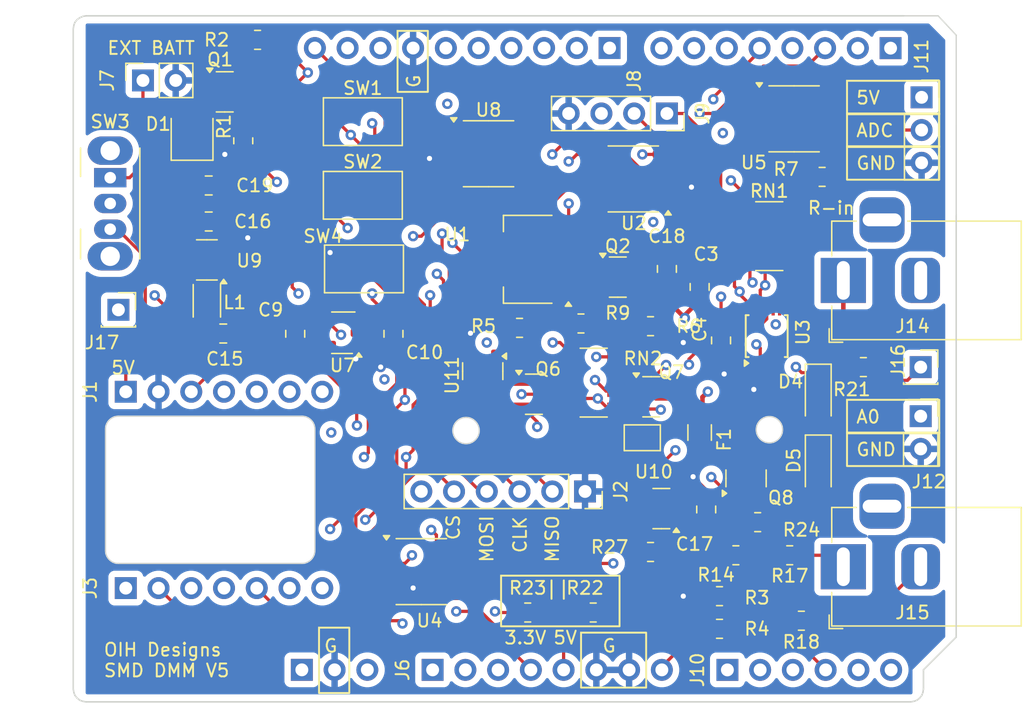
<source format=kicad_pcb>
(kicad_pcb (version 20241229) (generator "pcbnew") (generator_version "9.0")
  (layers (0 "F.Cu" signal) (4 "In1.Cu" signal) (6 "In2.Cu" signal) (2 "B.Cu" signal) (13 "F.Paste" user) (15 "B.Paste" user) (5 "F.SilkS" user "F.Silkscreen") (7 "B.SilkS" user "B.Silkscreen") (1 "F.Mask" user) (3 "B.Mask" user) (25 "Edge.Cuts" user))
  (net 0 "")
  (net 1 "GND")
  (net 2 "Resistor_Input")
  (net 3 "SDA")
  (net 4 "D6~")
  (net 5 "D7")
  (net 6 "+9V")
  (net 7 "SCL")
  (net 8 "V_Input_REF")
  (net 9 "V_Input_Float")
  (net 10 "ADS_ADDR")
  (net 11 "/R Circuit I Output")
  (net 12 "ADS_ALERT")
  (net 13 "A0{slash}D14")
  (net 14 "A2{slash}D16")
  (net 15 "D3~")
  (net 16 "VDD")
  (net 17 "I_Input")
  (net 18 "D10~")
  (net 19 "D9~")
  (net 20 "D5~ (IR)")
  (net 21 "A1{slash}D15")
  (net 32 "Net-(Q2-G)")
  (net 33 "Net-(U1-VO)")
  (net 36 "A3{slash}D17")
  (net 37 "Net-(D1-A)")
  (net 38 "Net-(F1-Pad1)")
  (net 39 "+BATT")
  (net 40 "CS")
  (net 41 "Net-(U7-C1-)")
  (net 42 "Net-(U7-C1+)")
  (net 43 "MISO")
  (net 44 "Net-(U9-SW)")
  (net 45 "XIAO 5V")
  (net 46 "XIAO Batt Pin")
  (net 47 "MOSI")
  (net 48 "CLK")
  (net 49 "SDA-5V")
  (net 50 "SCL-5V")
  (net 51 "/R into ADS")
  (net 52 "+VSW")
  (net 53 "/Uno5vPin")
  (net 54 "/Driver_U2_Out_B")
  (net 57 "/Driver_U4_Out_A")
  (net 58 "/Driver_U4_Out_B")
  (net 63 "+3V3")
  (net 64 "/ADC-1")
  (net 65 "/V Ref to ADS-0")
  (net 74 "/Driver_U4_In_B")
  (net 75 "Net-(Q1-B)")
  (net 76 "Net-(Q1-C)")
  (net 85 "Net-(J11-Pin_2)")
  (footprint "Capacitor_SMD:C_0805_2012Metric_Pad1.18x1.45mm_HandSolder" (layer "F.Cu") (at 128.660305 73.49413 90)
    (property "Reference" "C4")
    (property "Value" "0.1uF")
  )
  (footprint "Resistor_SMD:R_0805_2012Metric_Pad1.20x1.40mm_HandSolder" (layer "F.Cu") (at 128.54 95.88 180)
    (property "Reference" "R4")
    (property "Value" "100K")
  )
  (footprint "Connector_PinSocket_2.54mm:PinSocket_1x01_P2.54mm_Vertical" (layer "F.Cu") (at 144.145 75.565)
    (property "Reference" "J16")
    (property "Value" "Conn_01x01_Socket")
  )
  (footprint "Library:PinHeader_1x10_P2.54mm_Vertical_NoBox" (layer "F.Cu") (at 120.015 50.8 -90)
    (property "Reference" "J8")
    (property "Value" "DIGITAL2")
  )
  (footprint "Resistor_SMD:R_0805_2012Metric_Pad1.20x1.40mm_HandSolder" (layer "F.Cu") (at 123.19 89.916)
    (property "Reference" "R27")
    (property "Value" "4.7K")
  )
  (footprint "Package_TO_SOT_SMD:SOT-223-3_TabPin2" (layer "F.Cu") (at 113.69 67.19875 180)
    (property "Reference" "U1")
    (property "Value" "LM317_TO-220")
  )
  (footprint "Jumper:SolderJumper-2_P1.3mm_Bridged_Pad1.0x1.5mm" (layer "F.Cu") (at 122.55 81.05)
    (property "Reference" "JP6" (hide yes))
    (property "Value" "Jumper_2_Bridged")
  )
  (footprint "Package_SO:SOIC-8_3.9x4.9mm_P1.27mm" (layer "F.Cu") (at 134.325 56.295)
    (property "Reference" "U5")
    (property "Value" "Opamp_Dual")
  )
  (footprint "Capacitor_SMD:C_0805_2012Metric_Pad1.18x1.45mm_HandSolder" (layer "F.Cu") (at 88.9215 61.468)
    (property "Reference" "C19")
    (property "Value" "22uF")
  )
  (footprint "Resistor_SMD:R_0805_2012Metric_Pad1.20x1.40mm_HandSolder" (layer "F.Cu") (at 118.745 94.615 180)
    (property "Reference" "R22")
    (property "Value" "0")
  )
  (footprint "Package_SO:TSSOP-10_3x3mm_P0.5mm" (layer "F.Cu") (at 132.200305 73.15913 90)
    (property "Reference" "U3")
    (property "Value" "ADS1115IDGS")
  )
  (footprint "Resistor_SMD:R_0805_2012Metric_Pad1.20x1.40mm_HandSolder" (layer "F.Cu") (at 134.89 95.25 180)
    (property "Reference" "R18")
    (property "Value" "499.0K")
  )
  (footprint "Library:PinHeader_1x06_P2.54mm_Vertical_NoBox" (layer "F.Cu") (at 129.151624 99.067665 90)
    (property "Reference" "J10")
    (property "Value" "ANALOG")
  )
  (footprint "Resistor_SMD:R_0805_2012Metric_Pad1.20x1.40mm_HandSolder" (layer "F.Cu") (at 129.81 90.17)
    (property "Reference" "R14")
    (property "Value" "22.0K")
  )
  (footprint "Package_TO_SOT_SMD:SOT-23" (layer "F.Cu") (at 124.0305 86.548 180)
    (property "Reference" "U10")
    (property "Value" "LM4040DBZ-2.5")
  )
  (footprint "Resistor_SMD:R_0805_2012Metric_Pad1.20x1.40mm_HandSolder" (layer "F.Cu") (at 128.54 93.345)
    (property "Reference" "R3")
    (property "Value" "22K")
  )
  (footprint "Connector_PinSocket_2.54mm:PinSocket_1x03_P2.54mm_Vertical" (layer "F.Cu") (at 144.215 54.625)
    (property "Reference" "J11")
    (property "Value" "I_Input")
  )
  (footprint "Resistor_SMD:R_0805_2012Metric_Pad1.20x1.40mm_HandSolder" (layer "F.Cu") (at 113.03 72.51875)
    (property "Reference" "R5")
    (property "Value" "62.0")
  )
  (footprint "Resistor_SMD:R_0805_2012Metric_Pad1.20x1.40mm_HandSolder" (layer "F.Cu") (at 117.795 72.17875)
    (property "Reference" "R9")
    (property "Value" "22.0K")
  )
  (footprint "Button_Switch_SMD:SW_SPST_CK_RS282G05A3" (layer "F.Cu") (at 100.965 67.945 180)
    (property "Reference" "SW4")
    (property "Value" "SW_Push")
  )
  (footprint "Resistor_SMD:R_0805_2012Metric_Pad1.20x1.40mm_HandSolder" (layer "F.Cu") (at 91.6 58 -90)
    (property "Reference" "R1")
    (property "Value" "500")
  )
  (footprint "Resistor_SMD:R_Array_Convex_4x1206" (layer "F.Cu") (at 118.782 76.77)
    (property "Reference" "RN2")
    (property "Value" "R_Pack04_SIP")
  )
  (footprint "Capacitor_SMD:C_0805_2012Metric_Pad1.18x1.45mm_HandSolder" (layer "F.Cu") (at 95.631 72.9805 -90)
    (property "Reference" "C9")
    (property "Value" "4.7uF")
  )
  (footprint "Resistor_SMD:R_0805_2012Metric_Pad1.20x1.40mm_HandSolder" (layer "F.Cu") (at 113.665 94.615 180)
    (property "Reference" "R23")
    (property "Value" "0")
  )
  (footprint "Button_Switch_SMD:SW_SPST_CK_RS282G05A3" (layer "F.Cu") (at 100.875 62.23)
    (property "Reference" "SW2")
    (property "Value" "SW_Push")
  )
  (footprint "Package_TO_SOT_SMD:SOT-23" (layer "F.Cu") (at 110.175 75.88 -90)
    (property "Reference" "U11")
    (property "Value" "LM4040DBZ-5")
  )
  (footprint "Button_Switch_SMD:SW_SPST_CK_RS282G05A3" (layer "F.Cu") (at 100.875 56.515)
    (property "Reference" "SW1")
    (property "Value" "SW_Push")
  )
  (footprint "Connector_PinSocket_2.54mm:PinSocket_1x02_P2.54mm_Vertical" (layer "F.Cu") (at 144.145 79.375)
    (property "Reference" "J12")
    (property "Value" "Conn_01x02_Pin")
  )
  (footprint "Resistor_SMD:R_0805_2012Metric_Pad1.20x1.40mm_HandSolder" (layer "F.Cu") (at 133.985 90.17 180)
    (property "Reference" "R17")
    (property "Value" "499.0K")
  )
  (footprint "Package_TO_SOT_SMD:SOT-23-5" (layer "F.Cu") (at 88.7785 67.244 180)
    (property "Reference" "U9")
    (property "Value" "TPS613222ADBV")
  )
  (footprint "Resistor_SMD:R_0805_2012Metric_Pad1.20x1.40mm_HandSolder" (layer "F.Cu") (at 136.5 60.8)
    (property "Reference" "R7")
    (property "Value" "0")
  )
  (footprint "Package_TO_SOT_SMD:SOT-23-5_HandSoldering" (layer "F.Cu") (at 99.361 72.898 180)
    (property "Reference" "U7")
    (property "Value" "MAX1683")
  )
  (footprint "Connector_BarrelJack:BarrelJack_Horizontal" (layer "F.Cu") (at 138.145 91.06 180)
    (property "Reference" "J15")
    (property "Value" "Barrel_Jack")
  )
  (footprint "Package_SO:SOIC-8_3.9x4.9mm_P1.27mm" (layer "F.Cu") (at 105.41 91.44)
    (property "Reference" "U4")
    (property "Value" "~")
  )
  (footprint "Connector_PinSocket_2.54mm:PinSocket_1x01_P2.54mm_Vertical" (layer "F.Cu") (at 81.915 71.12)
    (property "Reference" "J17")
    (property "Value" "Conn_01x01_Socket")
  )
  (footprint "Package_TO_SOT_SMD:SOT-23" (layer "F.Cu") (at 120.65 68.58)
    (property "Reference" "Q2")
    (property "Value" "SI2302 MOSFET")
  )
  (footprint "Diode_SMD:D_SOD-123" (layer "F.Cu") (at 136.2 77.7 -90)
    (property "Reference" "D4")
    (property "Value" "D_Schottky")
  )
  (footprint "Resistor_SMD:R_0805_2012Metric_Pad1.20x1.40mm_HandSolder" (layer "F.Cu") (at 123.19 72.39 180)
    (property "Reference" "R6")
    (property "Value" "330.0")
  )
  (footprint "Resistor_SMD:R_0805_2012Metric_Pad1.20x1.40mm_HandSolder" (layer "F.Cu") (at 131.5 87.6 180)
    (property "Reference" "R24")
    (property "Value" "1.0M")
  )
  (footprint "Capacitor_SMD:C_0805_2012Metric_Pad1.18x1.45mm_HandSolder" (layer "F.Cu") (at 103.251 72.9805 90)
    (property "Reference" "C10")
    (property "Value" "4.7uF")
  )
  (footprint "Package_TO_SOT_SMD:SOT-23" (layer "F.Cu") (at 114.1445 77.67)
    (property "Reference" "Q6")
    (property "Value" "BSS138")
  )
  (footprint "Resistor_SMD:R_0805_2012Metric_Pad1.20x1.40mm_HandSolder" (layer "F.Cu") (at 139.7 75.565)
    (property "Reference" "R21")
    (property "Value" "0")
  )
  (footprint "Package_TO_SOT_SMD:SOT-23" (layer "F.Cu") (at 90.1625 54.2)
    (property "Reference" "Q1")
    (property "Value" "MMBT3904" (hide yes))
  )
  (footprint "Library:PinHeader_1x08_P2.54mm_Vertical_NoBox" (layer "F.Cu") (at 106.287792 99.06511 90)
    (property "Reference" "J6")
    (property "Value" "POWER1")
  )
  (footprint "Fuse:Fuse_1206_3216Metric_Pad1.42x1.75mm_HandSolder" (layer "F.Cu") (at 127 80.645 -90)
    (property "Reference" "F1")
    (property "Value" "Fuse")
  )
  (footprint "Connector_PinSocket_2.54mm:PinSocket_1x07_P2.54mm_Vertical" (layer "F.Cu") (at 82.487996 92.719534 90)
    (property "Reference" "J3")
    (property "Value" "Conn_01x07_Pin")
  )
  (footprint "Diode_SMD:D_SOD-123" (layer "F.Cu") (at 136.2 83.2 -90)
    (property "Reference" "D5")
    (property "Value" "D_Schottky")
  )
  (footprint "Package_TO_SOT_SMD:SOT-23" (layer "F.Cu") (at 130.6 84.2 90)
    (property "Reference" "Q8")
    (property "Value" "SI2302 MOSFET")
  )
  (footprint "Capacitor_SMD:C_0805_2012Metric_Pad1.18x1.45mm_HandSolder" (layer "F.Cu") (at 124.46 67.945 90)
    (property "Reference" "C18")
    (property "Value" "1uF")
  )
  (footprint "Library:PinHeader_1x08_P2.54mm_Vertical_NoBox" (layer "F.Cu") (at 141.809463 50.808987 -90)
    (property "Reference" "J13" (hide yes))
    (property "Value" "DIGITAL1")
  )
  (footprint "Connector_BarrelJack:BarrelJack_Horizontal" (layer "F.Cu") (at 138.145 68.835 180)
    (property "Reference" "J14")
    (property "Value" "Barrel_Jack")
  )
  (footprint "Capacitor_SMD:C_0805_2012Metric_Pad1.18x1.45mm_HandSolder" (layer "F.Cu") (at 127 69.342 90)
    (property "Reference" "C3")
    (property "Value" "2.2uF")
  )
  (footprint "Connector_PinSocket_2.54mm:PinSocket_1x02_P2.54mm_Vertical" (layer "F.Cu") (at 83.82 53.315 90)
    (property "Reference" "J7")
    (property "Value" "Conn_01x02_Pin")
  )
  (footprint "Resistor_SMD:R_0805_2012Metric_Pad1.20x1.40mm_HandSolder" (layer "F.Cu") (at 92.71 50.165 180)
    (property "Reference" "R2")
    (property "Value" "1K")
  )
  (footprint "Connector_PinSocket_2.54mm:PinSocket_1x07_P2.54mm_Vertical" (layer "F.Cu") (at 82.487996 77.479534 90)
    (property "Reference" "J1")
    (property "Value" "Conn_01x07_Pin")
  )
  (footprint "Capacitor_SMD:C_0805_2012Metric_Pad1.18x1.45mm_HandSolder" (layer "F.Cu") (at 127.508 86.614 -90)
    (property "Reference" "C17")
    (property "Value" "0.1uF")
  )
  (footprint "Inductor_SMD:L_Murata_DFE201610P" (layer "F.Cu") (at 88.7785 70.419 90)
    (property "Reference" "L1")
    (property "Value" "2.2uH")
  )
  (footprint "Package_SO:SOIC-8_3.9x4.9mm_P1.27mm" (layer "F.Cu") (at 110.625 59.005)
    (property "Reference" "U8")
    (property "Value" "Opamp_Dual")
  )
  (footprint "Connector_PinSocket_2.54mm:PinSocket_1x04_P2.54mm_Vertical" (layer "F.Cu") (at 124.46 55.88 -90)
    (property "Reference" "J9")
    (property "Value" "Out to Screen")
  )
  (footprint "LED_SMD:LED_Luminus_MP-3030-1100_3.0x3.0mm" (layer "F.Cu") (at 87.63 57.89 90)
    (property "Reference" "D1")
    (property "Value" "LED")
  )
  (footprint "Package_TO_SOT_SMD:SOT-23" (layer "F.Cu") (at 123.2445 77.87)
    (property "Reference" "Q7")
    (property "Value" "BSS138")
  )
  (footprint "Capacitor_SMD:C_0805_2012Metric_Pad1.18x1.45mm_HandSolder" (layer "F.Cu") (at 90.0485 72.959)
    (property "Reference" "C15")
    (property "Value" "4.7uF")
  )
  (footprint "Connector_PinSocket_2.54mm:PinSocket_1x06_P2.54mm_Vertical" (layer "F.Cu") (at 118.11 85.217 -90)
    (property "Reference" "J2")
    (property "Value" "MicoSD")
  )
  (footprint "Button_Switch_THT:SW_Slide_SPDT_Angled_CK_OS102011MA1Q" (layer "F.Cu") (at 81.28 60.865 -90)
    (property "Reference" "SW3")
    (property "Value" "SW_SPDT")
  )
  (footprint "Resistor_SMD:R_Array_Convex_4x1206" (layer "F.Cu") (at 132.4 65.4)
    (property "Reference" "RN1")
    (property "Value" "R_Pack04_SIP")
  )
  (footprint "Library:PinHeader_1x03_P2.54mm_Vertical_NoBox" (layer "F.Cu") (at 96.143981 99.063151 90)
    (property "Reference" "J5" (hide yes))
    (property "Value" "POWER2")
  )
  (footprint "Package_SO:SOIC-8_3.9x4.9mm_P1.27mm" (layer "F.Cu") (at 121.855 60.96 180)
    (property "Reference" "U2")
    (property "Value" "~")
  )
  (footprint "Capacitor_SMD:C_0805_2012Metric_Pad1.18x1.45mm_HandSolder" (layer "F.Cu") (at 88.9215 64.262)
    (property "Reference" "C16")
    (property "Value" "22uF")
  )
  (gr_rect (start 138.43 78.105) (end 145.585 80.705) (stroke (width 0.15)) (fill no) (layer "F.SilkS"))
  (gr_rect (start 111.597402 91.752692) (end 120.786111 95.683458) (stroke (width 0.15)) (fill no) (layer "F.SilkS"))
  (gr_rect (start 103.567758 49.467044) (end 105.91855 54.201136) (stroke (width 0.15)) (fill no) (layer "F.SilkS"))
  (gr_rect (start 138.43 80.645) (end 145.585 83.245) (stroke (width 0.15)) (fill no) (layer "F.SilkS"))
  (gr_rect (start 117.800432 96.176612) (end 122.849754 100.44112) (stroke (width 0.15)) (fill no) (layer "F.SilkS"))
  (gr_rect (start 97.477467 95.788603) (end 99.825034 100.86181) (stroke (width 0.15)) (fill no) (layer "F.SilkS"))
  (gr_rect (start 138.43 53.34) (end 145.585 55.94) (stroke (width 0.15)) (fill no) (layer "F.SilkS"))
  (gr_rect (start 138.43 55.88) (end 145.585 58.48) (stroke (width 0.15)) (fill no) (layer "F.SilkS"))
  (gr_rect (start 138.43 58.42) (end 145.585 61.02) (stroke (width 0.15)) (fill no) (layer "F.SilkS"))
  (gr_line (start 79.155572 48.342318) (end 79.409482 48.3) (stroke (width 0.12)) (layer "Edge.Cuts"))
  (gr_arc (start 80.915 80.375) (mid 81.207893 79.667893) (end 81.915 79.375) (stroke (width 0.1)) (layer "Edge.Cuts"))
  (gr_line (start 78.711229 48.596228) (end 78.922821 48.448114) (stroke (width 0.12)) (layer "Edge.Cuts"))
  (gr_line (start 78.922821 101.423045) (end 78.711229 101.253771) (stroke (width 0.12)) (layer "Edge.Cuts"))
  (gr_line (start 146.899617 96.521794) (end 144.360514 99.060897) (stroke (width 0.12)) (layer "Edge.Cuts"))
  (gr_line (start 79.409482 48.3) (end 142.837052 48.3) (stroke (width 0.12)) (layer "Edge.Cuts"))
  (gr_line (start 79.155572 101.507681) (end 78.922821 101.423045) (stroke (width 0.12)) (layer "Edge.Cuts"))
  (gr_line (start 144.318196 100.809428) (end 144.233559 101.042179) (stroke (width 0.12)) (layer "Edge.Cuts"))
  (gr_line (start 144.233559 101.042179) (end 144.064285 101.253771) (stroke (width 0.12)) (layer "Edge.Cuts"))
  (gr_line (start 143.852694 101.423045) (end 143.619942 101.507681) (stroke (width 0.12)) (layer "Edge.Cuts"))
  (gr_line (start 78.415 49.315641) (end 78.457318 49.040571) (stroke (width 0.12)) (layer "Edge.Cuts"))
  (gr_line (start 144.360514 99.060897) (end 144.360514 100.555518) (stroke (width 0.12)) (layer "Edge.Cuts"))
  (gr_line (start 97.155 80.375) (end 97.155 89.805) (stroke (width 0.1)) (layer "Edge.Cuts"))
  (gr_line (start 145.5 48.3) (end 146.9 49.8) (stroke (width 0.1)) (layer "Edge.Cuts"))
  (gr_arc (start 81.915 90.805) (mid 81.207893 90.512107) (end 80.915 89.805) (stroke (width 0.1)) (layer "Edge.Cuts"))
  (gr_line (start 78.457318 100.809428) (end 78.415 100.555518) (stroke (width 0.12)) (layer "Edge.Cuts"))
  (gr_line (start 143.619942 101.507681) (end 143.366032 101.55) (stroke (width 0.12)) (layer "Edge.Cuts"))
  (gr_arc (start 96.155 79.375) (mid 96.862107 79.667893) (end 97.155 80.375) (stroke (width 0.1)) (layer "Edge.Cuts"))
  (gr_line (start 144.064285 101.253771) (end 143.852694 101.423045) (stroke (width 0.12)) (layer "Edge.Cuts"))
  (gr_line (start 78.711229 101.253771) (end 78.541955 101.042179) (stroke (width 0.12)) (layer "Edge.Cuts"))
  (gr_line (start 79.409482 101.55) (end 79.155572 101.507681) (stroke (width 0.12)) (layer "Edge.Cuts"))
  (gr_circle (center 108.880463 80.491437) (end 109.866264 80.21633) (stroke (width 0.1)) (fill no) (layer "Edge.Cuts"))
  (gr_line (start 81.915 90.805) (end 96.155 90.805) (stroke (width 0.1)) (layer "Edge.Cuts"))
  (gr_line (start 144.360514 100.555518) (end 144.318196 100.809428) (stroke (width 0.12)) (layer "Edge.Cuts"))
  (gr_line (start 78.415 100.555518) (end 78.415 49.315641) (stroke (width 0.12)) (layer "Edge.Cuts"))
  (gr_line (start 96.155 79.375) (end 81.915 79.375) (stroke (width 0.1)) (layer "Edge.Cuts"))
  (gr_circle (center 132.410332 80.422661) (end 133.396133 80.147554) (stroke (width 0.1)) (fill no) (layer "Edge.Cuts"))
  (gr_line (start 143.366032 101.55) (end 79.409482 101.55) (stroke (width 0.12)) (layer "Edge.Cuts"))
  (gr_line (start 78.541955 48.80782) (end 78.711229 48.596228) (stroke (width 0.12)) (layer "Edge.Cuts"))
  (gr_line (start 78.541955 101.042179) (end 78.457318 100.809428) (stroke (width 0.12)) (layer "Edge.Cuts"))
  (gr_arc (start 97.155 89.805) (mid 96.862107 90.512107) (end 96.155 90.805) (stroke (width 0.1)) (layer "Edge.Cuts"))
  (gr_line (start 80.915 89.805) (end 80.915 80.375) (stroke (width 0.1)) (layer "Edge.Cuts"))
  (gr_line (start 146.9 49.8) (end 146.899617 63.788527) (stroke (width 0.1)) (layer "Edge.Cuts"))
  (gr_line (start 78.922821 48.448114) (end 79.155572 48.342318) (stroke (width 0.12)) (layer "Edge.Cuts"))
  (gr_line (start 78.457318 49.040571) (end 78.541955 48.80782) (stroke (width 0.12)) (layer "Edge.Cuts"))
  (gr_line (start 142.837052 48.3) (end 145.5 48.3) (stroke (width 0.1)) (layer "Edge.Cuts"))
  (gr_line (start 146.899617 63.788527) (end 146.899617 96.521794) (stroke (width 0.12)) (layer "Edge.Cuts"))
  (gr_text "CS" (at 107.887744 88.00333 90) (layer "F.SilkS") (effects (font (size 1 1))))
  (gr_text "ADC" (at 139.065 57.785 0) (layer "F.SilkS") (effects (font (size 1 1)) (justify left bottom)))
  (gr_text "G" (at 97.79 97.79 0) (layer "F.SilkS") (effects (font (size 1 1)) (justify left bottom)))
  (gr_text "5V" (at 81.28 76.2 0) (layer "F.SilkS") (effects (font (size 1 1)) (justify left bottom)))
  (gr_text "||" (at 114.935 93.345 0) (layer "F.SilkS") (effects (font (size 1 1)) (justify left bottom)))
  (gr_text "G" (at 105.41 53.975 90) (layer "F.SilkS") (effects (font (size 1 1)) (justify left bottom)))
  (gr_text "R-in" (at 135.3 63.8 0) (layer "F.SilkS") (effects (font (size 1 1)) (justify left bottom)))
  (gr_text "5V" (at 139.065 55.245 0) (layer "F.SilkS") (effects (font (size 1 1)) (justify left bottom)))
  (gr_text "CLK" (at 113.068933 88.576471 90) (layer "F.SilkS") (effects (font (size 1 1))))
  (gr_text "GND" (at 139.065 82.55 0) (layer "F.SilkS") (effects (font (size 1 1)) (justify left bottom)))
  (gr_text "MOSI" (at 110.49 88.9 90) (layer "F.SilkS") (effects (font (size 1 1))))
  (gr_text "G" (at 119.38 97.79 0) (layer "F.SilkS") (effects (font (size 1 1)) (justify left bottom)))
  (gr_text "A0" (at 139.065 80.01 0) (layer "F.SilkS") (effects (font (size 1 1)) (justify left bottom)))
  (gr_text "3.3V" (at 111.76 97.155 0) (layer "F.SilkS") (effects (font (size 1 1)) (justify left bottom)))
  (gr_text "MISO" (at 115.57 88.9 90) (layer "F.SilkS") (effects (font (size 1 1))))
  (gr_text "EXT BATT" (at 84.455 50.8 0) (layer "F.SilkS") (effects (font (size 1 1))))
  (gr_text "GND" (at 139.065 60.325 0) (layer "F.SilkS") (effects (font (size 1 1)) (justify left bottom)))
  (gr_text "5V" (at 115.57 97.155 0) (layer "F.SilkS") (effects (font (size 1 1)) (justify left bottom)))
  (gr_text "OIH Designs\nSMD DMM V5" (at 80.7 99.7 0) (layer "F.SilkS") (effects (font (size 1 1)) (justify left bottom)))
  (segment (start 104.775 58.36) (end 105.785 59.37) (width 0.25) (layer "F.Cu") (net 1))
  (segment (start 87.63 58.465) (end 89.58 58.465) (width 0.25) (layer "F.Cu") (net 1))
  (segment (start 128.542434 75.742434) (end 128.542434 74.649501) (width 0.25) (layer "F.Cu") (net 1))
  (segment (start 100.711 74.549) (end 100.33 74.93) (width 0.25) (layer "F.Cu") (net 1))
  (segment (start 102.260346 75.561126) (end 102.339 75.482472) (width 0.25) (layer "F.Cu") (net 1))
  (segment (start 125.73 73.66) (end 125.46 73.66) (width 0.25) (layer "F.Cu") (net 1))
  (segment (start 127.508 85.09) (end 126.492 84.074) (width 0.25) (layer "F.Cu") (net 1))
  (segment (start 102.339 74.93) (end 103.251 74.018) (width 0.25) (layer "F.Cu") (net 1))
  (segment (start 125.46 73.66) (end 124.19 72.39) (width 0.25) (layer "F.Cu") (net 1))
  (segment (start 124.018 86.548) (end 124.968 85.598) (width 0.25) (layer "F.Cu") (net 1))
  (segment (start 89.58 58.465) (end 90.17 59.055) (width 0.25) (layer "F.Cu") (net 1))
  (segment (start 132.200305 76.299695) (end 131.2 77.3) (width 0.25) (layer "F.Cu") (net 1))
  (segment (start 102.339 75.482472) (end 102.339 74.93) (width 0.25) (layer "F.Cu") (net 1))
  (segment (start 104.14 92.075) (end 102.935 92.075) (width 0.25) (layer "F.Cu") (net 1))
  (segment (start 104.775 92.71) (end 104.14 92.075) (width 0.25) (layer "F.Cu") (net 1))
  (segment (start 123.093 86.548) (end 124.018 86.548) (width 0.25) (layer "F.Cu") (net 1))
  (segment (start 126.365 61.385001) (end 126.365 61.595) (width 0.25) (layer "F.Cu") (net 1))
  (segment (start 109.225 73.02) (end 109.225 72.935) (width 0.25) (layer "F.Cu") (net 1))
  (segment (start 106.045 60.96) (end 106.045 59.37) (width 0.25) (layer "F.Cu") (net 1))
  (segment (start 109.225 73.03) (end 109.22 73.025) (width 0.25) (layer "F.Cu") (net 1))
  (segment (start 127 68.3045) (end 125.857 68.3045) (width 0.25) (layer "F.Cu") (net 1))
  (segment (start 109.225 74.9425) (end 109.225 73.03) (width 0.25) (layer "F.Cu") (net 1))
  (segment (start 127.508 85.5765) (end 127.508 85.09) (width 0.25) (layer "F.Cu") (net 1))
  (segment (start 110.175 76.8175) (end 110.175 75.8925) (width 0.25) (layer "F.Cu") (net 1))
  (segment (start 126.365 65.0025) (end 124.46 66.9075) (width 0.25) (layer "F.Cu") (net 1))
  (segment (start 104.775 62.23) (end 106.045 60.96) (width 0.25) (layer "F.Cu") (net 1))
  (segment (start 104.775 57.15) (end 104.775 58.36) (width 0.25) (layer "F.Cu") (net 1))
  (segment (start 132.200305 75.30913) (end 132.200305 76.299695) (width 0.25) (layer "F.Cu") (net 1))
  (segment (start 106.045 59.37) (end 105.785 59.37) (width 0.25) (layer "F.Cu") (net 1))
  (segment (start 127 83.566) (end 127 82.1325) (width 0.25) (layer "F.Cu") (net 1))
  (segment (start 100.711 73.848) (end 100.711 74.549) (width 0.25) (layer "F.Cu") (net 1))
  (segment (start 121.05 81.05) (end 118.11 83.99) (width 0.25) (layer "F.Cu") (net 1))
  (segment (start 124.33 60.325) (end 125.304999 60.325) (width 0.25) (layer "F.Cu") (net 1))
  (segment (start 110.175 75.8925) (end 109.225 74.9425) (width 0.25) (layer "F.Cu") (net 1))
  (segment (start 125.857 68.3045) (end 124.46 66.9075) (width 0.25) (layer "F.Cu") (net 1))
  (segment (start 109.22 73.025) (end 109.225 73.02) (width 0.25) (layer "F.Cu") (net 1))
  (segment (start 126.492 84.074) (end 124.968 85.598) (width 0.25) (layer "F.Cu") (net 1))
  (segment (start 126.365 61.595) (end 126.365 65.0025) (width 0.25) (layer "F.Cu") (net 1))
  (segment (start 121.9 81.05) (end 121.05 81.05) (width 0.25) (layer "F.Cu") (net 1))
  (segment (start 125.73 93.345) (end 127.54 93.345) (width 0.25) (layer "F.Cu") (net 1))
  (segment (start 136.2 84.85) (end 139.135 81.915) (width 0.25) (layer "F.Cu") (net 1))
  (segment (start 98.335 66.675) (end 97.065 67.945) (width 0.25) (layer "F.Cu") (net 1))
  (segment (start 128.9 76.1) (end 128.542434 75.742434) (width 0.25) (layer "F.Cu") (net 1))
  (segment (start 126.492 84.074) (end 127 83.566) (width 0.25) (layer "F.Cu") (net 1))
  (segment (start 125.304999 60.325) (end 126.365 61.385001) (width 0.25) (layer "F.Cu") (net 1))
  (segment (start 118.11 83.99) (end 118.11 85.217) (width 0.25) (layer "F.Cu") (net 1))
  (segment (start 139.135 81.915) (end 144.145 81.915) (width 0.25) (layer "F.Cu") (net 1))
  (via (at 106.045 59.37) (size 0.8) (drill 0.4) (layers "F.Cu" "B.Cu") (net 1))
  (via (at 126.365 61.595) (size 0.8) (drill 0.4) (layers "F.Cu" "B.Cu") (net 1))
  (via (at 125.73 93.345) (size 0.8) (drill 0.4) (layers "F.Cu" "B.Cu") (net 1))
  (via (at 91.948 65.532) (size 0.8) (drill 0.4) (layers "F.Cu" "B.Cu") (net 1))
  (via (at 100.33 74.93) (size 0.8) (drill 0.4) (layers "F.Cu" "B.Cu") (net 1))
  (via (at 90.17 59.055) (size 0.8) (drill 0.4) (layers "F.Cu" "B.Cu") (net 1))
  (via (at 102.260346 75.561126) (size 0.8) (drill 0.4) (layers "F.Cu" "B.Cu") (net 1))
  (via (at 125.73 73.66) (size 0.8) (drill 0.4) (layers "F.Cu" "B.Cu") (net 1))
  (via (at 126.492 84.074) (size 0.8) (drill 0.4) (layers "F.Cu" "B.Cu") (net 1))
  (via (at 98.335 66.675) (size 0.8) (drill 0.4) (layers "F.Cu" "B.Cu") (net 1))
  (via (at 131.2 77.3) (size 0.8) (drill 0.4) (layers "F.Cu" "B.Cu") (net 1))
  (via (at 104.775 92.71) (size 0.8) (drill 0.4) (layers "F.Cu" "B.Cu") (net 1))
  (via (at 109.225 72.935) (size 0.8) (drill 0.4) (layers "F.Cu" "B.Cu") (net 1))
  (via (at 128.9 76.1) (size 0.8) (drill 0.4) (layers "F.Cu" "B.Cu") (net 1))
  (segment (start 118.795 70.4475) (end 118.795 72.17875) (width 0.35) (layer "F.Cu") (net 2))
  (segment (start 124.594875 70.492875) (end 120.675375 70.492875) (width 0.35) (layer "F.Cu") (net 2))
  (segment (start 138.145 73.01) (end 138.145 68.835) (width 0.35) (layer "F.Cu") (net 2))
  (segment (start 125.857 71.755) (end 124.594875 70.492875) (width 0.35) (layer "F.Cu") (net 2))
  (segment (start 125.857 71.5225) (end 127 70.3795) (width 0.35) (layer "F.Cu") (net 2))
  (segment (start 140.7 75.565) (end 138.145 73.01) (width 0.35) (layer "F.Cu") (net 2))
  (segment (start 120.675375 70.492875) (end 119.7125 69.53) (width 0.35) (layer "F.Cu") (net 2))
  (segment (start 119.7125 69.53) (end 118.795 70.4475) (width 0.35) (layer "F.Cu") (net 2))
  (segment (start 125.857 71.755) (end 125.857 71.5225) (width 0.35) (layer "F.Cu") (net 2))
  (via (at 125.857 71.755) (size 0.8) (drill 0.4) (layers "F.Cu" "B.Cu") (net 2))
  (segment (start 94.162462 94.234) (end 98.666 94.234) (width 0.25) (layer "F.Cu") (net 3))
  (segment (start 101.8 68.170229) (end 101.8 56.842) (width 0.25) (layer "F.Cu") (net 3))
  (segment (start 120.282 77.43) (end 119.742 77.43) (width 0.25) (layer "F.Cu") (net 3))
  (segment (start 104.14 75.397996) (end 104.751 74.786996) (width 0.25) (layer "F.Cu") (net 3))
  (segment (start 104.751 71.121229) (end 101.8 68.170229) (width 0.25) (layer "F.Cu") (net 3))
  (segment (start 122.307 78.82) (end 123.932 78.82) (width 0.25) (layer "F.Cu") (net 3))
  (segment (start 103.505 83.946302) (end 103.505 78.74) (width 0.25) (layer "F.Cu") (net 3))
  (segment (start 100.33 92.57) (end 100.33 87.121302) (width 0.25) (layer "F.Cu") (net 3))
  (segment (start 100.33 87.121302) (end 103.505 83.946302) (width 0.25) (layer "F.Cu") (net 3))
  (segment (start 104.14 78.105) (end 104.14 75.397996) (width 0.25) (layer "F.Cu") (net 3))
  (segment (start 104.751 74.786996) (end 104.751 71.121229) (width 0.25) (layer "F.Cu") (net 3))
  (segment (start 98.666 94.234) (end 100.33 92.57) (width 0.25) (layer "F.Cu") (net 3))
  (segment (start 119.742 77.43) (end 118.882 76.57) (width 0.25) (layer "F.Cu") (net 3))
  (segment (start 92.647996 92.719534) (end 94.162462 94.234) (width 0.25) (layer "F.Cu") (net 3))
  (segment (start 103.505 78.74) (end 104.14 78.105) (width 0.25) (layer "F.Cu") (net 3))
  (segment (start 101.8 56.842) (end 101.6 56.642) (width 0.25) (layer "F.Cu") (net 3))
  (via (at 104.14 78.105) (size 0.8) (drill 0.4) (layers "F.Cu" "B.Cu") (net 3))
  (via (at 101.6 56.642) (size 0.8) (drill 0.4) (layers "F.Cu" "B.Cu") (net 3))
  (via (at 118.882 76.57) (size 0.8) (drill 0.4) (layers "F.Cu" "B.Cu") (net 3))
  (via (at 123.982 78.87) (size 0.8) (drill 0.4) (layers "F.Cu" "B.Cu") (net 3))
  (segment (start 95.4 53.9) (end 96.595 52.705) (width 0.25) (layer "F.Cu") (net 4))
  (segment (start 94.07 50.165) (end 96.61 52.705) (width 0.25) (layer "F.Cu") (net 4))
  (segment (start 95.4 69.365) (end 95.4 53.9) (width 0.25) (layer "F.Cu") (net 4))
  (segment (start 95.885 69.85) (end 95.4 69.365) (width 0.25) (layer "F.Cu") (net 4))
  (segment (start 96.595 52.705) (end 96.61 52.705) (width 0.25) (layer "F.Cu") (net 4))
  (via (at 95.885 69.85) (size 0.8) (drill 0.4) (layers "F.Cu" "B.Cu") (net 4))
  (via (at 96.61 52.705) (size 0.8) (drill 0.4) (layers "F.Cu" "B.Cu") (net 4))
  (segment (start 115.57 59.055) (end 116.525 58.1) (width 0.25) (layer "F.Cu") (net 5))
  (segment (start 116.525 58.1) (end 120.33 58.1) (width 0.25) (layer "F.Cu") (net 5))
  (segment (start 120.33 58.1) (end 123.825 61.595) (width 0.25) (layer "F.Cu") (net 5))
  (via (at 115.57 59.055) (size 0.8) (drill 0.4) (layers "F.Cu" "B.Cu") (net 5))
  (segment (start 100.965 82.55) (end 101.3 82.215) (width 0.25) (layer "F.Cu") (net 6))
  (segment (start 102.296 72.904) (end 102 73.2) (width 0.25) (layer "F.Cu") (net 6))
  (segment (start 107.95 62.865) (end 105.41 65.405) (width 0.25) (layer "F.Cu") (net 6))
  (segment (start 102 74.034346) (end 102 73.2) (width 0.25) (layer "F.Cu") (net 6))
  (segment (start 118.11 60.325) (end 115.57 62.865) (width 0.25) (layer "F.Cu") (net 6))
  (segment (start 106.178914 88.2) (end 106.584 88.605086) (width 0.25) (layer "F.Cu") (net 6))
  (segment (start 119.38 60.325) (end 118.11 60.325) (width 0.25) (layer "F.Cu") (net 6))
  (segment (start 106.910001 92.075) (end 107.885 92.075) (width 0.25) (layer "F.Cu") (net 6))
  (segment (start 100.711 72.898) (end 102.296 72.898) (width 0.25) (layer "F.Cu") (net 6))
  (segment (start 103.251 71.943) (end 101.6 70.292) (width 0.25) (layer "F.Cu") (net 6))
  (segment (start 105.41 65.405) (end 104.775 65.405) (width 0.25) (layer "F.Cu") (net 6))
  (segment (start 102.296 72.898) (end 103.251 71.943) (width 0.25) (layer "F.Cu") (net 6))
  (segment (start 101.3 82.215) (end 101.3 74.734346) (width 0.25) (layer "F.Cu") (net 6))
  (segment (start 106.584 88.605086) (end 106.584 91.748999) (width 0.25) (layer "F.Cu") (net 6))
  (segment (start 106.584 91.748999) (end 106.910001 92.075) (width 0.25) (layer "F.Cu") (net 6))
  (segment (start 101.6 70.292) (end 101.6 69.85) (width 0.25) (layer "F.Cu") (net 6))
  (segment (start 101.3 74.734346) (end 102 74.034346) (width 0.25) (layer "F.Cu") (net 6))
  (segment (start 102.296 72.898) (end 102.296 72.904) (width 0.25) (layer "F.Cu") (net 6))
  (segment (start 115.57 62.865) (end 107.95 62.865) (width 0.25) (layer "F.Cu") (net 6))
  (via (at 101.6 69.85) (size 0.8) (drill 0.4) (layers "F.Cu" "B.Cu") (net 6))
  (via (at 106.178914 88.2) (size 0.8) (drill 0.4) (layers "F.Cu" "B.Cu") (net 6))
  (via (at 104.775 65.405) (size 0.8) (drill 0.4) (layers "F.Cu" "B.Cu") (net 6))
  (via (at 100.965 82.55) (size 0.8) (drill 0.4) (layers "F.Cu" "B.Cu") (net 6))
  (segment (start 113.207 78.62) (end 117.132 78.62) (width 0.25) (layer "F.Cu") (net 7))
  (segment (start 101.064554 87.412054) (end 101.182946 87.412054) (width 0.25) (layer "F.Cu") (net 7))
  (segment (start 105.201 78.069305) (end 105.201 70.934833) (width 0.25) (layer "F.Cu") (net 7))
  (segment (start 104.23 83.857698) (end 104.23 82.55) (width 0.25) (layer "F.Cu") (net 7))
  (segment (start 104.23 82.55) (end 104.775 82.005) (width 0.25) (layer "F.Cu") (net 7))
  (segment (start 104.775 82.005) (end 104.775 78.495305) (width 0.25) (layer "F.Cu") (net 7))
  (segment (start 102.6 68.333833) (end 102.6 56.245) (width 0.25) (layer "F.Cu") (net 7))
  (segment (start 114.4 79.813) (end 113.207 78.62) (width 0.25) (layer "F.Cu") (net 7))
  (segment (start 104.775 78.495305) (end 105.201 78.069305) (width 0.25) (layer "F.Cu") (net 7))
  (segment (start 105.201 70.934833) (end 102.6 68.333833) (width 0.25) (layer "F.Cu") (net 7))
  (segment (start 103.32 85.275) (end 103.32 84.767698) (width 0.25) (layer "F.Cu") (net 7))
  (segment (start 103.32 84.767698) (end 104.23 83.857698) (width 0.25) (layer "F.Cu") (net 7))
  (segment (start 114.4 80.2) (end 114.4 79.813) (width 0.25) (layer "F.Cu") (net 7))
  (segment (start 102.6 56.245) (end 97.155 50.8) (width 0.25) (layer "F.Cu") (net 7))
  (segment (start 101.182946 87.412054) (end 103.32 85.275) (width 0.25) (layer "F.Cu") (net 7))
  (via (at 101.064554 87.412054) (size 0.8) (drill 0.4) (layers "F.Cu" "B.Cu") (net 7))
  (via (at 104.23 82.55) (size 0.8) (drill 0.4) (layers "F.Cu" "B.Cu") (net 7))
  (via (at 114.4 80.2) (size 0.8) (drill 0.4) (layers "F.Cu" "B.Cu") (net 7))
  (segment (start 139.955 95.25) (end 144.145 91.06) (width 0.25) (layer "F.Cu") (net 8))
  (segment (start 135.89 95.25) (end 139.955 95.25) (width 0.25) (layer "F.Cu") (net 8))
  (segment (start 134.985 90.17) (end 137.255 90.17) (width 0.25) (layer "F.Cu") (net 9))
  (segment (start 131.200305 75.30913) (end 129.54 76.969435) (width 0.25) (layer "F.Cu") (net 10))
  (segment (start 129.54 76.969435) (end 129.54 78.76) (width 0.25) (layer "F.Cu") (net 10))
  (segment (start 123.55 80.7) (end 123.2 81.05) (width 0.25) (layer "F.Cu") (net 10))
  (segment (start 129.54 78.76) (end 127.6 80.7) (width 0.25) (layer "F.Cu") (net 10))
  (segment (start 127.6 80.7) (end 123.55 80.7) (width 0.25) (layer "F.Cu") (net 10))
  (segment (start 111.60625 74.9425) (end 111.125 74.9425) (width 0.35) (layer "F.Cu") (net 11))
  (segment (start 117.87 73.25375) (end 116.795 72.17875) (width 0.35) (layer "F.Cu") (net 11))
  (segment (start 121.5875 68.58) (end 124.0575 68.58) (width 0.25) (layer "F.Cu") (net 11))
  (segment (start 121.32625 73.25375) (end 117.87 73.25375) (width 0.35) (layer "F.Cu") (net 11))
  (segment (start 116.795 72.17875) (end 116.795 69.54375) (width 0.35) (layer "F.Cu") (net 11))
  (segment (start 121.5875 68.58) (end 117.75875 68.58) (width 0.25) (layer "F.Cu") (net 11))
  (segment (start 122.19 72.39) (end 121.32625 73.25375) (width 0.35) (layer "F.Cu") (net 11))
  (segment (start 117.75875 68.58) (end 116.84 69.49875) (width 0.25) (layer "F.Cu") (net 11))
  (segment (start 116.795 72.17875) (end 114.37 72.17875) (width 0.35) (layer "F.Cu") (net 11))
  (segment (start 114.03 72.51875) (end 111.60625 74.9425) (width 0.35) (layer "F.Cu") (net 11))
  (segment (start 131.700305 74.100305) (end 131.700305 75.30913) (width 0.25) (layer "F.Cu") (net 12))
  (segment (start 130.9 68.8) (end 130.9 67.4) (width 0.25) (layer "F.Cu") (net 12))
  (segment (start 131.4 73.8) (end 131.700305 74.100305) (width 0.25) (layer "F.Cu") (net 12))
  (segment (start 131.1 69) (end 130.9 68.8) (width 0.25) (layer "F.Cu") (net 12))
  (via (at 132.9 72.25) (size 0.8) (drill 0.4) (layers "F.Cu" "B.Cu") (net 12))
  (via (at 131.1 69) (size 0.8) (drill 0.4) (layers "F.Cu" "B.Cu") (net 12))
  (via (at 131.4 73.8) (size 0.8) (drill 0.4) (layers "F.Cu" "B.Cu") (net 12))
  (segment (start 104.301 74.6006) (end 103.505 75.3966) (width 0.25) (layer "F.Cu") (net 15))
  (segment (start 102.87 77.47) (end 102.87 83.603) (width 0.25) (layer "F.Cu") (net 15))
  (segment (start 100.9 67.906625) (end 104.301 71.307625) (width 0.25) (layer "F.Cu") (net 15))
  (segment (start 102.87 83.603) (end 98.335 88.138) (width 0.25) (layer "F.Cu") (net 15))
  (segment (start 98.91 56.515) (end 99.9375 57.5425) (width 0.25) (layer "F.Cu") (net 15))
  (segment (start 100.9 58.505) (end 100.9 67.906625) (width 0.25) (layer "F.Cu") (net 15))
  (segment (start 104.301 71.307625) (end 104.301 74.6006) (width 0.25) (layer "F.Cu") (net 15))
  (segment (start 96.975 56.515) (end 98.91 56.515) (width 0.25) (layer "F.Cu") (net 15))
  (segment (start 99.9375 57.5425) (end 100.9 58.505) (width 0.25) (layer "F.Cu") (net 15))
  (segment (start 103.505 75.3966) (end 103.505 76.835) (width 0.25) (layer "F.Cu") (net 15))
  (segment (start 103.505 76.835) (end 102.87 77.47) (width 0.25) (layer "F.Cu") (net 15))
  (via (at 98.335 88.138) (size 0.8) (drill 0.4) (layers "F.Cu" "B.Cu") (net 15))
  (via (at 99.9375 57.5425) (size 0.8) (drill 0.4) (layers "F.Cu" "B.Cu") (net 15))
  (segment (start 121.92 92.218) (end 121.92 85.217) (width 0.25) (layer "F.Cu") (net 16))
  (segment (start 130.6 62.25) (end 129.425 61.075) (width 0.25) (layer "F.Cu") (net 16))
  (segment (start 119.745 94.393) (end 121.92 92.218) (width 0.25) (layer "F.Cu") (net 16))
  (segment (start 133.9 66.06) (end 133.9 64.8) (width 0.25) (layer "F.Cu") (net 16))
  (segment (start 128.660305 72.45663) (end 131.577805 72.45663) (width 0.25) (layer "F.Cu") (net 16))
  (segment (start 133.9 64.8) (end 131.35 62.25) (width 0.25) (layer "F.Cu") (net 16))
  (segment (start 99.183097 73.056313) (end 98.074784 71.948) (width 0.25) (layer "F.Cu") (net 16))
  (segment (start 121.92 85.217) (end 125.1185 82.0185) (width 0.25) (layer "F.Cu") (net 16))
  (segment (start 128.660305 71.96724) (end 128.905 72.211935) (width 0.25) (layer "F.Cu") (net 16))
  (segment (start 126.1745 75.3745) (end 126.1745 74.942435) (width 0.25) (layer "F.Cu") (net 16))
  (segment (start 134.916481 76) (end 134.463749 75.547268) (width 0.25) (layer "F.Cu") (net 16))
  (segment (start 94.21 61.19) (end 92.02 59) (width 0.25) (layer "F.Cu") (net 16))
  (segment (start 126.1745 74.942435) (end 128.660305 72.45663) (width 0.25) (layer "F.Cu") (net 16))
  (segment (start 92.02 59) (end 91.6 59) (width 0.25) (layer "F.Cu") (net 16))
  (segment (start 136 76) (end 134.916481 76) (width 0.25) (layer "F.Cu") (net 16))
  (segment (start 131.35 62.25) (end 130.6 62.25) (width 0.25) (layer "F.Cu") (net 16))
  (segment (start 88.646 59.944) (end 87.741 60.849) (width 0.25) (layer "F.Cu") (net 16))
  (segment (start 90.656 59.944) (end 91.6 59) (width 0.25) (layer "F.Cu") (net 16))
  (segment (start 116.172 73.66) (end 117.282 74.77) (width 0.25) (layer "F.Cu") (net 16))
  (segment (start 133.9 66.06) (end 133.9 67.4) (width 0.25) (layer "F.Cu") (net 16))
  (segment (start 132.200305 71.83413) (end 131.577805 72.45663) (width 0.25) (layer "F.Cu") (net 16))
  (segment (start 117.282 74.77) (end 117.282 76.11) (width 0.25) (layer "F.Cu") (net 16))
  (segment (start 128.660305 70.1) (end 128.660305 71.96724) (width 0.25) (layer "F.Cu") (net 16))
  (segment (start 90.656 59.944) (end 88.646 59.944) (width 0.25) (layer "F.Cu") (net 16))
  (segment (start 115.6 73.66) (end 116.172 73.66) (width 0.25) (layer "F.Cu") (net 16))
  (segment (start 87.741 60.849) (end 87.741 64.069) (width 0.25) (layer "F.Cu") (net 16))
  (segment (start 132.200305 71.00913) (end 132.200305 71.83413) (width 0.25) (layer "F.Cu") (net 16))
  (via (at 125.1185 82.0185) (size 0.8) (drill 0.4) (layers "F.Cu" "B.Cu") (net 16))
  (via (at 134.463749 75.547268) (size 0.8) (drill 0.4) (layers "F.Cu" "B.Cu") (net 16))
  (via (at 115.6 73.66) (size 0.8) (drill 0.4) (layers "F.Cu" "B.Cu") (net 16))
  (via (at 128.660305 70.1) (size 0.8) (drill 0.4) (layers "F.Cu" "B.Cu") (net 16))
  (via (at 126.1745 75.3745) (size 0.8) (drill 0.4) (layers "F.Cu" "B.Cu") (net 16))
  (via (at 94.21 61.19) (size 0.8) (drill 0.4) (layers "F.Cu" "B.Cu") (net 16))
  (via (at 129.425 61.075) (size 0.8) (drill 0.4) (layers "F.Cu" "B.Cu") (net 16))
  (via (at 110.49 73.66) (size 0.8) (drill 0.4) (layers "F.Cu" "B.Cu") (net 16))
  (via (at 99.183097 73.056313) (size 0.8) (drill 0.4) (layers "F.Cu" "B.Cu") (net 16))
  (segment (start 135.5 67.384434) (end 135.5 60.8) (width 0.25) (layer "F.Cu") (net 17))
  (segment (start 132.700305 70.184129) (end 135.5 67.384434) (width 0.25) (layer "F.Cu") (net 17))
  (segment (start 132.700305 71.00913) (end 132.700305 70.184129) (width 0.25) (layer "F.Cu") (net 17))
  (segment (start 128.059225 54.78) (end 128.059225 54.640775) (width 0.25) (layer "F.Cu") (net 18))
  (segment (start 97.155 62.23) (end 99.695 64.77) (width 0.25) (layer "F.Cu") (net 18))
  (segment (start 128.059225 54.640775) (end 131.649463 51.050537) (width 0.25) (layer "F.Cu") (net 18))
  (via (at 99.695 64.77) (size 0.8) (drill 0.4) (layers "F.Cu" "B.Cu") (net 18))
  (via (at 128.059225 54.78) (size 0.8) (drill 0.4) (layers "F.Cu" "B.Cu") (net 18))
  (segment (start 135.33845 52.2) (end 136.729463 50.808987) (width 0.25) (layer "F.Cu") (net 19))
  (segment (start 128.27 55.88) (end 131.95 52.2) (width 0.25) (layer "F.Cu") (net 19))
  (segment (start 131.95 52.2) (end 135.33845 52.2) (width 0.25) (layer "F.Cu") (net 19))
  (segment (start 127 55.88) (end 128.27 55.88) (width 0.25) (layer "F.Cu") (net 19))
  (segment (start 124.33 59.055) (end 122.555 59.055) (width 0.25) (layer "F.Cu") (net 19))
  (via (at 122.555 59.055) (size 0.8) (drill 0.4) (layers "F.Cu" "B.Cu") (net 19))
  (via (at 127 55.88) (size 0.8) (drill 0.4) (layers "F.Cu" "B.Cu") (net 19))
  (via (at 107.43 55.13) (size 0.8) (drill 0.4) (layers "F.Cu" "B.Cu") (net 19))
  (segment (start 102.935 90.805) (end 104.14 90.805) (width 0.25) (layer "F.Cu") (net 20))
  (segment (start 104.775 90.17) (end 104.685 90.17) (width 0.25) (layer "F.Cu") (net 20))
  (segment (start 104.14 90.805) (end 104.775 90.17) (width 0.25) (layer "F.Cu") (net 20))
  (via (at 104.685 90.17) (size 0.8) (drill 0.4) (layers "F.Cu" "B.Cu") (net 20))
  (via (at 123.4 64.3) (size 0.8) (drill 0.4) (layers "F.Cu" "B.Cu") (net 20))
  (via (at 102.5525 76.5175) (size 0.8) (drill 0.4) (layers "F.Cu" "B.Cu") (net 20))
  (via (at 128.8 57.4) (size 0.8) (drill 0.4) (layers "F.Cu" "B.Cu") (net 20))
  (segment (start 103.77 86.095) (end 100.802 89.063) (width 0.25) (layer "F.Cu") (net 21))
  (segment (start 105.651 70.726) (end 105.651 78.255701) (width 0.25) (layer "F.Cu") (net 21))
  (segment (start 104.865 69.94) (end 105.651 70.726) (width 0.25) (layer "F.Cu") (net 21))
  (segment (start 87.558462 95.25) (end 85.027996 92.719534) (width 0.25) (layer "F.Cu") (net 21))
  (segment (start 105.41 78.496701) (end 105.41 83.314094) (width 0.25) (layer "F.Cu") (net 21))
  (segment (start 105.41 83.314094) (end 103.77 84.954094) (width 0.25) (layer "F.Cu") (net 21))
  (segment (start 103.7325 95.25) (end 87.558462 95.25) (width 0.25) (layer "F.Cu") (net 21))
  (segment (start 104.865 67.945) (end 104.865 69.94) (width 0.25) (layer "F.Cu") (net 21))
  (segment (start 103.77 84.954094) (end 103.77 86.095) (width 0.25) (layer "F.Cu") (net 21))
  (segment (start 100.802 89.063) (end 100.802 94.143) (width 0.25) (layer "F.Cu") (net 21))
  (segment (start 100.802 94.143) (end 99.695 95.25) (width 0.25) (layer "F.Cu") (net 21))
  (segment (start 103.9495 95.467) (end 103.7325 95.25) (width 0.25) (layer "F.Cu") (net 21))
  (segment (start 105.651 78.255701) (end 105.41 78.496701) (width 0.25) (layer "F.Cu") (net 21))
  (via (at 103.9495 95.467) (size 0.8) (drill 0.4) (layers "F.Cu" "B.Cu") (net 21))
  (segment (start 120.681 66.6615) (end 119.7125 67.63) (width 0.25) (layer "F.Cu") (net 32))
  (segment (start 120.681 62.513678) (end 120.681 66.6615) (width 0.25) (layer "F.Cu") (net 32))
  (segment (start 119.762322 61.595) (end 120.681 62.513678) (width 0.25) (layer "F.Cu") (net 32))
  (segment (start 110.54 67.19875) (end 116.84 67.19875) (width 0.25) (layer "F.Cu") (net 33))
  (segment (start 112.03 72.00875) (end 116.84 67.19875) (width 0.25) (layer "F.Cu") (net 33))
  (segment (start 131.043959 95.88) (end 132.445959 97.282) (width 0.25) (layer "F.Cu") (net 36))
  (segment (start 132.445959 97.282) (end 134.985959 97.282) (width 0.25) (layer "F.Cu") (net 36))
  (segment (start 129.54 93.345) (end 129.54 95.88) (width 0.25) (layer "F.Cu") (net 36))
  (segment (start 134.985959 97.282) (end 136.771624 99.067665) (width 0.25) (layer "F.Cu") (net 36))
  (segment (start 129.54 95.88) (end 131.043959 95.88) (width 0.25) (layer "F.Cu") (net 36))
  (segment (start 87.63 56.388) (end 87.63 56.815) (width 0.25) (layer "F.Cu") (net 37))
  (segment (start 88.773 55.245) (end 87.63 56.388) (width 0.25) (layer "F.Cu") (net 37))
  (segment (start 127.635 77.47) (end 127.2175 77.8875) (width 0.35) (layer "F.Cu") (net 38))
  (segment (start 127.2175 77.8875) (end 127.2175 79.375) (width 0.35) (layer "F.Cu") (net 38))
  (via (at 127.635 77.47) (size 0.8) (drill 0.4) (layers "F.Cu" "B.Cu") (net 38))
  (segment (start 111.215 94.615) (end 112.665 94.615) (width 0.25) (layer "F.Cu") (net 39))
  (segment (start 111.125 94.525) (end 111.215 94.615) (width 0.25) (layer "F.Cu") (net 39))
  (segment (start 82.78 60.865) (end 83.82 59.825) (width 0.25) (layer "F.Cu") (net 39))
  (segment (start 81.28 60.865) (end 82.78 60.865) (width 0.25) (layer "F.Cu") (net 39))
  (segment (start 83.82 59.825) (end 83.82 53.93) (width 0.25) (layer "F.Cu") (net 39))
  (via (at 111.125 94.525) (size 0.8) (drill 0.4) (layers "F.Cu" "B.Cu") (net 39))
  (via (at 98.425 80.645) (size 0.8) (drill 0.4) (layers "F.Cu" "B.Cu") (net 39))
  (segment (start 105.86 83) (end 107.95 85.09) (width 0.25) (layer "F.Cu") (net 40))
  (segment (start 105.86 78.683097) (end 105.86 83) (width 0.25) (layer "F.Cu") (net 40))
  (segment (start 106.101 69.994306) (end 106.101 78.442097) (width 0.25) (layer "F.Cu") (net 40))
  (segment (start 106.101 78.442097) (end 105.86 78.683097) (width 0.25) (layer "F.Cu") (net 40))
  (segment (start 106.092549 69.985855) (end 106.101 69.994306) (width 0.25) (layer "F.Cu") (net 40))
  (via (at 106.092549 69.985855) (size 0.8) (drill 0.4) (layers "F.Cu" "B.Cu") (net 40))
  (segment (start 96.901 70.673) (end 95.631 71.943) (width 0.25) (layer "F.Cu") (net 41))
  (segment (start 99.436 70.673) (end 96.901 70.673) (width 0.25) (layer "F.Cu") (net 41))
  (segment (start 100.711 71.948) (end 99.436 70.673) (width 0.25) (layer "F.Cu") (net 41))
  (segment (start 98.011 73.848) (end 95.801 73.848) (width 0.25) (layer "F.Cu") (net 42))
  (segment (start 108.585 71.12) (end 108.031 71.674) (width 0.25) (layer "F.Cu") (net 43))
  (segment (start 113.088 81.277) (end 113.088 82.735) (width 0.25) (layer "F.Cu") (net 43))
  (segment (start 108.031 71.674) (end 108.031 71.679602) (width 0.25) (layer "F.Cu") (net 43))
  (segment (start 107.827653 65.917653) (end 108.585 66.675) (width 0.25) (layer "F.Cu") (net 43))
  (segment (start 108.031 71.679602) (end 107.8 71.910602) (width 0.25) (layer "F.Cu") (net 43))
  (segment (start 107.8 75.989) (end 113.088 81.277) (width 0.25) (layer "F.Cu") (net 43))
  (segment (start 108.585 66.675) (end 108.585 71.12) (width 0.25) (layer "F.Cu") (net 43))
  (segment (start 113.088 82.735) (end 115.57 85.217) (width 0.25) (layer "F.Cu") (net 43))
  (segment (start 107.8 71.910602) (end 107.8 75.989) (width 0.25) (layer "F.Cu") (net 43))
  (via (at 107.827653 65.917653) (size 0.8) (drill 0.4) (layers "F.Cu" "B.Cu") (net 43))
  (segment (start 89.916 68.194) (end 89.916 68.5565) (width 0.75) (layer "F.Cu") (net 44))
  (segment (start 89.916 68.5565) (end 88.7785 69.694) (width 0.75) (layer "F.Cu") (net 44))
  (segment (start 82.487996 74.294785) (end 82.487996 77.479534) (width 0.25) (layer "F.Cu") (net 45))
  (segment (start 81.845254 64.865) (end 84 67.019746) (width 0.25) (layer "F.Cu") (net 45))
  (segment (start 84 67.019746) (end 84 72.782781) (width 0.25) (layer "F.Cu") (net 45))
  (segment (start 84 72.782781) (end 82.487996 74.294785) (width 0.25) (layer "F.Cu") (net 45))
  (segment (start 88.7785 71.144) (end 88.7785 72.7265) (width 0.25) (layer "F.Cu") (net 46))
  (segment (start 85.844 71.144) (end 88.7785 71.144) (width 0.25) (layer "F.Cu") (net 46))
  (segment (start 84.725 70) (end 84.725 70.025) (width 0.25) (layer "F.Cu") (net 46))
  (segment (start 84.725 70.025) (end 85.844 71.144) (width 0.25) (layer "F.Cu") (net 46))
  (via (at 84.725 70) (size 0.8) (drill 0.4) (layers "F.Cu" "B.Cu") (net 46))
  (segment (start 106.551 78.628493) (end 106.31 78.869493) (width 0.25) (layer "F.Cu") (net 47))
  (segment (start 106.31 78.869493) (end 106.31 81.545) (width 0.25) (layer "F.Cu") (net 47))
  (segment (start 106.31 81.545) (end 109.982 85.217) (width 0.25) (layer "F.Cu") (net 47))
  (segment (start 107.13 71.306396) (end 106.551 71.885396) (width 0.25) (layer "F.Cu") (net 47))
  (segment (start 106.551 71.885396) (end 106.551 78.628493) (width 0.25) (layer "F.Cu") (net 47))
  (segment (start 107.13 68.834847) (end 107.13 71.306396) (width 0.25) (layer "F.Cu") (net 47))
  (segment (start 106.619176 68.324023) (end 107.13 68.834847) (width 0.25) (layer "F.Cu") (net 47))
  (via (at 106.619176 68.324023) (size 0.8) (drill 0.4) (layers "F.Cu" "B.Cu") (net 47))
  (segment (start 107.020653 67.225958) (end 107.58 67.785305) (width 0.25) (layer "F.Cu") (net 48))
  (segment (start 107.020653 65.200653) (end 107.020653 67.225958) (width 0.25) (layer "F.Cu") (net 48))
  (segment (start 108.586396 83.185) (end 110.998 83.185) (width 0.25) (layer "F.Cu") (net 48))
  (segment (start 107.58 67.785305) (end 107.58 71.492792) (width 0.25) (layer "F.Cu") (net 48))
  (segment (start 106.76 79.055889) (end 106.76 81.358604) (width 0.25) (layer "F.Cu") (net 48))
  (segment (start 110.998 83.185) (end 113.03 85.217) (width 0.25) (layer "F.Cu") (net 48))
  (segment (start 107.001 78.814889) (end 106.76 79.055889) (width 0.25) (layer "F.Cu") (net 48))
  (segment (start 107.58 71.492792) (end 107.001 72.071792) (width 0.25) (layer "F.Cu") (net 48))
  (segment (start 107.001 72.071792) (end 107.001 78.814889) (width 0.25) (layer "F.Cu") (net 48))
  (segment (start 106.76 81.358604) (end 108.586396 83.185) (width 0.25) (layer "F.Cu") (net 48))
  (via (at 107.020653 65.200653) (size 0.8) (drill 0.4) (layers "F.Cu" "B.Cu") (net 48))
  (segment (start 123.41 76.11) (end 123.69 76.11) (width 0.25) (layer "F.Cu") (net 49))
  (segment (start 123.41 76.11) (end 120.282 76.11) (width 0.25) (layer "F.Cu") (net 49))
  (segment (start 123.69 76.11) (end 124.4 75.4) (width 0.25) (layer "F.Cu") (net 49))
  (segment (start 132.08 69.215) (end 131.700305 69.594695) (width 0.25) (layer "F.Cu") (net 49))
  (segment (start 128.63 58.698125) (end 128.63 63.7) (width 0.25) (layer "F.Cu") (net 49))
  (segment (start 129.67 64.74) (end 128.63 63.7) (width 0.25) (layer "F.Cu") (net 49))
  (segment (start 124.182 77.87) (end 124.182 76.882) (width 0.25) (layer "F.Cu") (net 49))
  (segment (start 132.08 69.215) (end 132.08 65.22) (width 0.25) (layer "F.Cu") (net 49))
  (segment (start 124.46 55.88) (end 125.811875 55.88) (width 0.25) (layer "F.Cu") (net 49))
  (segment (start 130.9 64.74) (end 129.67 64.74) (width 0.25) (layer "F.Cu") (net 49))
  (segment (start 125.811875 55.88) (end 128.63 58.698125) (width 0.25) (layer "F.Cu") (net 49))
  (segment (start 124.182 76.882) (end 123.41 76.11) (width 0.25) (layer "F.Cu") (net 49))
  (segment (start 132.08 65.22) (end 131.6 64.74) (width 0.25) (layer "F.Cu") (net 49))
  (segment (start 131.6 64.74) (end 130.9 64.74) (width 0.25) (layer "F.Cu") (net 49))
  (segment (start 131.700305 69.594695) (end 131.700305 71.00913) (width 0.25) (layer "F.Cu") (net 49))
  (via (at 132.08 69.215) (size 0.8) (drill 0.4) (layers "F.Cu" "B.Cu") (net 49))
  (via (at 124.4 75.4) (size 0.8) (drill 0.4) (layers "F.Cu" "B.Cu") (net 49))
  (segment (start 129.7 66.6) (end 129.7 67.465347) (width 0.25) (layer "F.Cu") (net 50))
  (segment (start 118.982 74.77) (end 120.282 74.77) (width 0.25) (layer "F.Cu") (net 50))
  (segment (start 127.3 65.065347) (end 129.7 67.465347) (width 0.25) (layer "F.Cu") (net 50))
  (segment (start 129.7 69.3) (end 130.1 69.7) (width 0.25) (layer "F.Cu") (net 50))
  (segment (start 123.825 57.785) (end 124.785 57.785) (width 0.25) (layer "F.Cu") (net 50))
  (segment (start 127.3 60.3) (end 127.3 65.065347) (width 0.25) (layer "F.Cu") (net 50))
  (segment (start 115.082 77.67) (end 113.182 77.67) (width 0.25) (layer "F.Cu") (net 50))
  (segment (start 130.1 69.908825) (end 131.200305 71.00913) (width 0.25) (layer "F.Cu") (net 50))
  (segment (start 130.1 69.7) (end 130.1 69.908825) (width 0.25) (layer "F.Cu") (net 50))
  (segment (start 124.785 57.785) (end 127.3 60.3) (width 0.25) (layer "F.Cu") (net 50))
  (segment (start 121.92 55.88) (end 123.825 57.785) (width 0.25) (layer "F.Cu") (net 50))
  (segment (start 130.24 66.06) (end 129.7 66.6) (width 0.25) (layer "F.Cu") (net 50))
  (segment (start 129.7 67.534653) (end 129.7 69.3) (width 0.25) (layer "F.Cu") (net 50))
  (segment (start 130.9 66.06) (end 130.24 66.06) (width 0.25) (layer "F.Cu") (net 50))
  (via (at 118.982 74.77) (size 0.8) (drill 0.4) (layers "F.Cu" "B.Cu") (net 50))
  (via (at 113.182 77.67) (size 0.8) (drill 0.4) (layers "F.Cu" "B.Cu") (net 50))
  (via (at 130.1 69.7) (size 0.8) (drill 0.4) (layers "F.Cu" "B.Cu") (net 50))
  (segment (start 138.7 75.565) (end 139.725 76.59) (width 0.25) (layer "F.Cu") (net 51))
  (segment (start 134.14413 71.00913) (end 138.7 75.565) (width 0.25) (layer "F.Cu") (net 51))
  (segment (start 143.12 76.59) (end 144.145 75.565) (width 0.25) (layer "F.Cu") (net 51))
  (segment (start 139.725 76.59) (end 143.12 76.59) (width 0.25) (layer "F.Cu") (net 51))
  (segment (start 133.200305 71.00913) (end 134.14413 71.00913) (width 0.25) (layer "F.Cu") (net 51))
  (segment (start 124.067792 98.817208) (end 127.005 95.88) (width 0.25) (layer "F.Cu") (net 52))
  (segment (start 127.005 95.88) (end 127.54 95.88) (width 0.25) (layer "F.Cu") (net 52))
  (segment (start 115.205 94.615) (end 116.475 95.885) (width 0.25) (layer "F.Cu") (net 53))
  (segment (start 116.475 95.885) (end 117.745 94.615) (width 0.25) (layer "F.Cu") (net 53))
  (segment (start 114.665 94.615) (end 115.205 94.615) (width 0.25) (layer "F.Cu") (net 53))
  (segment (start 116.447792 99.06511) (end 116.447792 95.912208) (width 0.25) (layer "F.Cu") (net 53))
  (segment (start 116.447792 95.912208) (end 116.475 95.885) (width 0.25) (layer "F.Cu") (net 53))
  (segment (start 117.475 59.055) (end 116.84 59.69) (width 0.25) (layer "F.Cu") (net 54))
  (segment (start 116.84 62.865) (end 116.84 64.89875) (width 0.25) (layer "F.Cu") (net 54))
  (segment (start 119.38 59.055) (end 117.475 59.055) (width 0.25) (layer "F.Cu") (net 54))
  (segment (start 116.84 59.69) (end 116.84 59.6) (width 0.25) (layer "F.Cu") (net 54))
  (via (at 116.84 59.6) (size 0.8) (drill 0.4) (layers "F.Cu" "B.Cu") (net 54))
  (via (at 116.84 62.865) (size 0.8) (drill 0.4) (layers "F.Cu" "B.Cu") (net 54))
  (segment (start 128.9375 85.1375) (end 127.9 84.1) (width 0.25) (layer "F.Cu") (net 57))
  (segment (start 120.295 90.805) (end 120.3 90.8) (width 0.25) (layer "F.Cu") (net 57))
  (segment (start 107.885 90.805) (end 120.295 90.805) (width 0.25) (layer "F.Cu") (net 57))
  (segment (start 129.65 85.1375) (end 128.9375 85.1375) (width 0.25) (layer "F.Cu") (net 57))
  (via (at 127.9 84.1) (size 0.8) (drill 0.4) (layers "F.Cu" "B.Cu") (net 57))
  (via (at 120.3 90.8) (size 0.8) (drill 0.4) (layers "F.Cu" "B.Cu") (net 57))
  (segment (start 117.852 78) (end 117.282 77.43) (width 0.25) (layer "F.Cu") (net 63))
  (segment (start 111.108682 95.623987) (end 111.108682 96.266) (width 0.25) (layer "F.Cu") (net 63))
  (segment (start 114.62 76.72) (end 114.919999 77.019999) (width 0.25) (layer "F.Cu") (net 63))
  (segment (start 119.1 78) (end 117.852 78) (width 0.25) (layer "F.Cu") (net 63))
  (segment (start 116.871999 77.019999) (end 117.282 77.43) (width 0.25) (layer "F.Cu") (net 63))
  (segment (start 120.457 78.77) (end 122.307 76.92) (width 0.25) (layer "F.Cu") (net 63))
  (segment (start 111.108682 96.266) (end 113.907792 99.06511) (width 0.25) (layer "F.Cu") (net 63))
  (segment (start 108.123001 94.525001) (end 110.009696 94.525001) (width 0.25) (layer "F.Cu") (net 63))
  (segment (start 119.1 78) (end 119.9 78.8) (width 0.25) (layer "F.Cu") (net 63))
  (segment (start 113.207 76.72) (end 114.62 76.72) (width 0.25) (layer "F.Cu") (net 63))
  (segment (start 114.919999 77.019999) (end 116.871999 77.019999) (width 0.25) (layer "F.Cu") (net 63))
  (segment (start 110.009696 94.525001) (end 111.108682 95.623987) (width 0.25) (layer "F.Cu") (net 63))
  (segment (start 100.4 78.302) (end 97.79 75.692) (width 0.25) (layer "F.Cu") (net 63))
  (segment (start 100.42 80.1) (end 100.4 80.08) (width 0.25) (layer "F.Cu") (net 63))
  (segment (start 89.35553 75.692) (end 87.567996 77.479534) (width 0.25) (layer "F.Cu") (net 63))
  (segment (start 100.4 80.08) (end 100.4 78.302) (width 0.25) (layer "F.Cu") (net 63))
  (segment (start 97.79 75.692) (end 89.35553 75.692) (width 0.25) (layer "F.Cu") (net 63))
  (segment (start 119.9 78.8) (end 120.252 78.8) (width 0.25) (layer "F.Cu") (net 63))
  (via (at 100.42 80.1) (size 0.8) (drill 0.4) (layers "F.Cu" "B.Cu") (net 63))
  (via (at 108.123001 94.525001) (size 0.8) (drill 0.4) (layers "F.Cu" "B.Cu") (net 63))
  (via (at 119.1 78) (size 0.8) (drill 0.4) (layers "F.Cu" "B.Cu") (net 63))
  (segment (start 131.55 85.1375) (end 132.9625 85.1375) (width 0.25) (layer "F.Cu") (net 64))
  (segment (start 133.200305 75.30913) (end 133.200305 76.500305) (width 0.25) (layer "F.Cu") (net 64))
  (segment (start 131.55 85.1375) (end 131.55 86.55) (width 0.25) (layer "F.Cu") (net 64))
  (segment (start 130.81 90.17) (end 132.985 90.17) (width 0.25) (layer "F.Cu") (net 64))
  (segment (start 132.985 88.2595) (end 132.985 90.17) (width 0.25) (layer "F.Cu") (net 64))
  (segment (start 133.200305 76.500305) (end 136.05 79.35) (width 0.25) (layer "F.Cu") (net 64))
  (segment (start 136.2 81.9) (end 136.2 81.55) (width 0.25) (layer "F.Cu") (net 64))
  (segment (start 132.4 87.6745) (end 132.985 88.2595) (width 0.25) (layer "F.Cu") (net 64))
  (segment (start 136.2 81.55) (end 136.2 79.35) (width 0.25) (layer "F.Cu") (net 64))
  (segment (start 132.9625 85.1375) (end 136.2 81.9) (width 0.25) (layer "F.Cu") (net 64))
  (segment (start 131.55 86.55) (end 132.4 87.4) (width 0.25) (layer "F.Cu") (net 64))
  (segment (start 124.19 89.916) (end 124.19 88.39) (width 0.25) (layer "F.Cu") (net 65))
  (segment (start 124.9285 87.6515) (end 127.508 87.6515) (width 0.25) (layer "F.Cu") (net 65))
  (segment (start 132.700305 75.30913) (end 132.700305 77.099695) (width 0.25) (layer "F.Cu") (net 65))
  (segment (start 130.6 79.2) (end 130.6 83.2625) (width 0.25) (layer "F.Cu") (net 65))
  (segment (start 127.5595 87.6) (end 130.2505 87.6) (width 0.25) (layer "F.Cu") (net 65))
  (segment (start 128.81 88.9535) (end 127.508 87.6515) (width 0.25) (layer "F.Cu") (net 65))
  (segment (start 128.81 90.17) (end 128.81 88.9535) (width 0.25) (layer "F.Cu") (net 65))
  (segment (start 133.89 95.25) (end 128.81 90.17) (width 0.25) (layer "F.Cu") (net 65))
  (segment (start 132.700305 77.099695) (end 130.6 79.2) (width 0.25) (layer "F.Cu") (net 65))
  (segment (start 124.19 88.39) (end 124.9285 87.6515) (width 0.25) (layer "F.Cu") (net 65))
  (segment (start 130.6 87.3105) (end 130.6 83.2625) (width 0.25) (layer "F.Cu") (net 65))
  (segment (start 90.25 53.25) (end 91.71 51.79) (width 0.25) (layer "F.Cu") (net 75))
  (segment (start 89.225 53.25) (end 90.25 53.25) (width 0.25) (layer "F.Cu") (net 75))
  (segment (start 91.71 51.79) (end 91.71 50.165) (width 0.25) (layer "F.Cu") (net 75))
  (segment (start 91.6 54.7) (end 91.6 57) (width 0.25) (layer "F.Cu") (net 76))
  (segment (start 91.1 54.2) (end 91.6 54.7) (width 0.25) (layer "F.Cu") (net 76))
  (segment (start 139.225 60.8) (end 142.86 57.165) (width 0.25) (layer "F.Cu") (net 85))
  (segment (start 137.5 60.8) (end 139.225 60.8) (width 0.25) (layer "F.Cu") (net 85))
  (segment (start 142.86 57.165) (end 144.215 57.165) (width 0.25) (layer "F.Cu") (net 85))
  (zone (net 44) (net_name "Net-(U9-SW)") (layer "F.Cu") (priority 3) (connect_pads (clearance 0.5)) (min_thickness 0.25) (fill yes (thermal_gap 0.5) (thermal_bridge_width 0.5))
    (polygon (pts (xy 90.6835 67.879) (xy 89.0325 67.879) (xy 89.0325 69.149) (xy 85.966827 69.149) (xy 85.950699 70.364509) (xy 90.668079 70.364509)))
  )
  (zone (net 46) (net_name "XIAO Batt Pin") (layer "F.Cu") (priority 6) (connect_pads (clearance 0.5)) (min_thickness 0.25) (fill yes (thermal_gap 0.5) (thermal_bridge_width 0.5))
    (polygon (pts (xy 89.9215 74.356) (xy 89.895568 70.642951) (xy 85.993568 70.642951) (xy 86.0195 74.356)))
  )
  (zone (net 33) (net_name "Net-(U1-VO)") (layer "F.Cu") (priority 1) (connect_pads (clearance 0.5)) (min_thickness 0.25) (fill yes (thermal_gap 0.5) (thermal_bridge_width 0.5))
    (polygon (pts (xy 109.27 71.00875) (xy 109.27 63.38875) (xy 118.16 63.38875) (xy 118.16 71.00875)))
  )
  (zone (net 16) (net_name "VDD") (layer "F.Cu") (priority 4) (connect_pads (clearance 0.5)) (min_thickness 0.25) (fill yes (thermal_gap 0.5) (thermal_bridge_width 0.5))
    (polygon (pts (xy 85.554982 68.730935) (xy 88.648982 68.730935) (xy 88.6515 60.386) (xy 85.5575 60.386)))
  )
  (zone (net 1) (net_name "GND") (layer "F.Cu") (priority 5) (connect_pads (clearance 0.5)) (min_thickness 0.25) (fill yes (thermal_gap 0.5) (thermal_bridge_width 0.5))
    (polygon (pts (xy 90.17 74.356) (xy 90.17 70.546) (xy 90.932 70.546) (xy 90.927777 67.711971) (xy 88.895777 67.711971) (xy 88.9 60.386) (xy 93.164 60.386) (xy 93.164 74.356)))
  )
  (zone (net 1) (net_name "GND") (layer "B.Cu") (connect_pads (clearance 0.5)) (min_thickness 0.25) (fill yes (thermal_gap 0.5) (thermal_bridge_width 0.5))
    (polygon (pts (xy 146.05 50.165) (xy 144.78 48.895) (xy 111.76 48.895) (xy 79.375 48.895) (xy 79.375 100.965) (xy 113.03 100.965) (xy 143.51 100.965) (xy 143.51 99.06) (xy 146.05 96.52) (xy 146.05 64.135) (xy 146.05 60.96)))
  )
)
</source>
